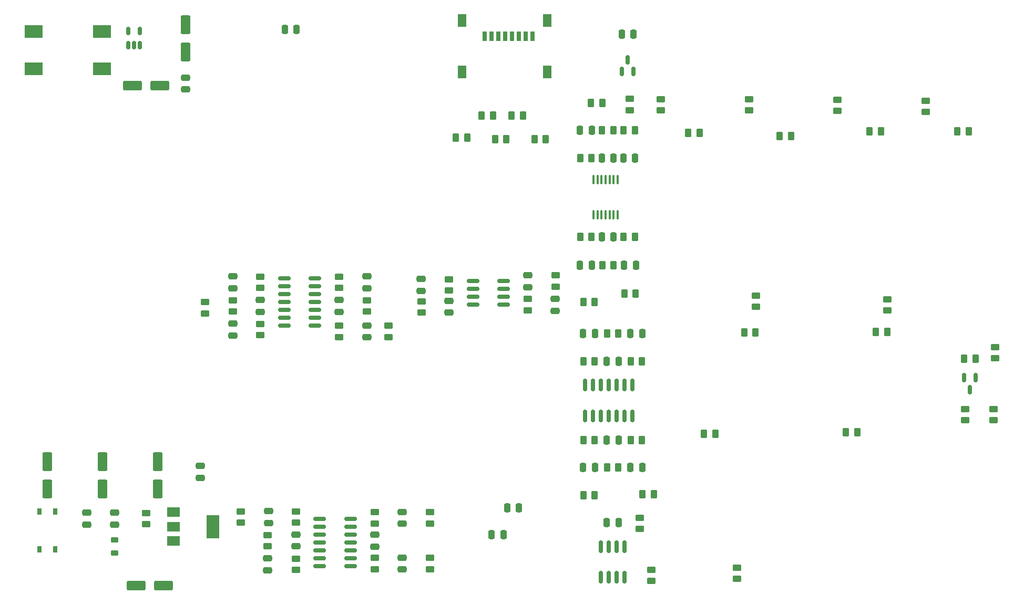
<source format=gbr>
%TF.GenerationSoftware,KiCad,Pcbnew,(6.0.5-0)*%
%TF.CreationDate,2022-09-18T01:29:25-07:00*%
%TF.ProjectId,Seed Test 01.01,53656564-2054-4657-9374-2030312e3031,rev?*%
%TF.SameCoordinates,Original*%
%TF.FileFunction,Paste,Top*%
%TF.FilePolarity,Positive*%
%FSLAX46Y46*%
G04 Gerber Fmt 4.6, Leading zero omitted, Abs format (unit mm)*
G04 Created by KiCad (PCBNEW (6.0.5-0)) date 2022-09-18 01:29:25*
%MOMM*%
%LPD*%
G01*
G04 APERTURE LIST*
G04 Aperture macros list*
%AMRoundRect*
0 Rectangle with rounded corners*
0 $1 Rounding radius*
0 $2 $3 $4 $5 $6 $7 $8 $9 X,Y pos of 4 corners*
0 Add a 4 corners polygon primitive as box body*
4,1,4,$2,$3,$4,$5,$6,$7,$8,$9,$2,$3,0*
0 Add four circle primitives for the rounded corners*
1,1,$1+$1,$2,$3*
1,1,$1+$1,$4,$5*
1,1,$1+$1,$6,$7*
1,1,$1+$1,$8,$9*
0 Add four rect primitives between the rounded corners*
20,1,$1+$1,$2,$3,$4,$5,0*
20,1,$1+$1,$4,$5,$6,$7,0*
20,1,$1+$1,$6,$7,$8,$9,0*
20,1,$1+$1,$8,$9,$2,$3,0*%
G04 Aperture macros list end*
%ADD10RoundRect,0.250000X-0.475000X0.250000X-0.475000X-0.250000X0.475000X-0.250000X0.475000X0.250000X0*%
%ADD11RoundRect,0.250000X-0.450000X0.262500X-0.450000X-0.262500X0.450000X-0.262500X0.450000X0.262500X0*%
%ADD12RoundRect,0.250000X0.450000X-0.262500X0.450000X0.262500X-0.450000X0.262500X-0.450000X-0.262500X0*%
%ADD13RoundRect,0.250000X0.262500X0.450000X-0.262500X0.450000X-0.262500X-0.450000X0.262500X-0.450000X0*%
%ADD14RoundRect,0.250000X0.250000X0.475000X-0.250000X0.475000X-0.250000X-0.475000X0.250000X-0.475000X0*%
%ADD15RoundRect,0.150000X0.150000X-0.825000X0.150000X0.825000X-0.150000X0.825000X-0.150000X-0.825000X0*%
%ADD16RoundRect,0.250000X-0.250000X-0.475000X0.250000X-0.475000X0.250000X0.475000X-0.250000X0.475000X0*%
%ADD17RoundRect,0.250000X-0.262500X-0.450000X0.262500X-0.450000X0.262500X0.450000X-0.262500X0.450000X0*%
%ADD18RoundRect,0.250000X0.475000X-0.250000X0.475000X0.250000X-0.475000X0.250000X-0.475000X-0.250000X0*%
%ADD19R,0.800000X1.000000*%
%ADD20R,0.800000X1.500000*%
%ADD21R,1.450000X2.000000*%
%ADD22RoundRect,0.150000X-0.150000X0.587500X-0.150000X-0.587500X0.150000X-0.587500X0.150000X0.587500X0*%
%ADD23RoundRect,0.150000X0.150000X-0.512500X0.150000X0.512500X-0.150000X0.512500X-0.150000X-0.512500X0*%
%ADD24RoundRect,0.218750X-0.381250X0.218750X-0.381250X-0.218750X0.381250X-0.218750X0.381250X0.218750X0*%
%ADD25RoundRect,0.250000X-1.250000X-0.550000X1.250000X-0.550000X1.250000X0.550000X-1.250000X0.550000X0*%
%ADD26RoundRect,0.100000X0.100000X-0.637500X0.100000X0.637500X-0.100000X0.637500X-0.100000X-0.637500X0*%
%ADD27R,2.000000X1.500000*%
%ADD28R,2.000000X3.800000*%
%ADD29RoundRect,0.250000X-0.550000X1.250000X-0.550000X-1.250000X0.550000X-1.250000X0.550000X1.250000X0*%
%ADD30RoundRect,0.150000X0.150000X-0.587500X0.150000X0.587500X-0.150000X0.587500X-0.150000X-0.587500X0*%
%ADD31RoundRect,0.150000X-0.825000X-0.150000X0.825000X-0.150000X0.825000X0.150000X-0.825000X0.150000X0*%
%ADD32RoundRect,0.250000X0.550000X-1.250000X0.550000X1.250000X-0.550000X1.250000X-0.550000X-1.250000X0*%
%ADD33R,3.000000X2.000000*%
G04 APERTURE END LIST*
D10*
%TO.C,C17*%
X109163000Y-135302500D03*
X109163000Y-137202500D03*
%TD*%
D11*
%TO.C,R32*%
X128629000Y-97798436D03*
X128629000Y-99623436D03*
%TD*%
D12*
%TO.C,R14*%
X113735000Y-137165000D03*
X113735000Y-135340000D03*
%TD*%
D13*
%TO.C,R53*%
X169446500Y-116210000D03*
X167621500Y-116210000D03*
%TD*%
D14*
%TO.C,C3*%
X147132000Y-131450000D03*
X145232000Y-131450000D03*
%TD*%
D15*
%TO.C,U1*%
X162819000Y-138370000D03*
X164089000Y-138370000D03*
X165359000Y-138370000D03*
X166629000Y-138370000D03*
X166629000Y-133420000D03*
X165359000Y-133420000D03*
X164089000Y-133420000D03*
X162819000Y-133420000D03*
%TD*%
D16*
%TO.C,C8*%
X111931000Y-50069936D03*
X113831000Y-50069936D03*
%TD*%
D15*
%TO.C,U7*%
X160279000Y-112335000D03*
X161549000Y-112335000D03*
X162819000Y-112335000D03*
X164089000Y-112335000D03*
X165359000Y-112335000D03*
X166629000Y-112335000D03*
X167899000Y-112335000D03*
X167899000Y-107385000D03*
X166629000Y-107385000D03*
X165359000Y-107385000D03*
X164089000Y-107385000D03*
X162819000Y-107385000D03*
X161549000Y-107385000D03*
X160279000Y-107385000D03*
%TD*%
D17*
%TO.C,R30*%
X159493500Y-83444000D03*
X161318500Y-83444000D03*
%TD*%
D16*
%TO.C,C36*%
X167584000Y-120655000D03*
X169484000Y-120655000D03*
%TD*%
D12*
%TO.C,R61*%
X155553000Y-91518936D03*
X155553000Y-89693936D03*
%TD*%
D11*
%TO.C,R13*%
X135260000Y-135236500D03*
X135260000Y-137061500D03*
%TD*%
D18*
%TO.C,C18*%
X130815000Y-129733000D03*
X130815000Y-127833000D03*
%TD*%
D17*
%TO.C,R20*%
X176892500Y-66680000D03*
X178717500Y-66680000D03*
%TD*%
D19*
%TO.C,D1*%
X72395000Y-133890000D03*
X74935000Y-133890000D03*
X74935000Y-127740000D03*
X72395000Y-127740000D03*
%TD*%
D14*
%TO.C,C37*%
X164851000Y-83444000D03*
X162951000Y-83444000D03*
%TD*%
D17*
%TO.C,R59*%
X221342500Y-103080500D03*
X223167500Y-103080500D03*
%TD*%
D11*
%TO.C,R38*%
X120655000Y-89897500D03*
X120655000Y-91722500D03*
%TD*%
D16*
%TO.C,C38*%
X162946000Y-70744000D03*
X164846000Y-70744000D03*
%TD*%
D11*
%TO.C,R48*%
X133963000Y-93861436D03*
X133963000Y-95686436D03*
%TD*%
D16*
%TO.C,C32*%
X167584000Y-99065000D03*
X169484000Y-99065000D03*
%TD*%
D13*
%TO.C,R51*%
X187734500Y-98921000D03*
X185909500Y-98921000D03*
%TD*%
D12*
%TO.C,R25*%
X200919000Y-63186000D03*
X200919000Y-61361000D03*
%TD*%
D10*
%TO.C,C21*%
X107955000Y-93670000D03*
X107955000Y-95570000D03*
%TD*%
D11*
%TO.C,R57*%
X138343000Y-90328936D03*
X138343000Y-92153936D03*
%TD*%
D13*
%TO.C,R55*%
X171351500Y-124999936D03*
X169526500Y-124999936D03*
%TD*%
D14*
%TO.C,C34*%
X161356000Y-66299000D03*
X159456000Y-66299000D03*
%TD*%
%TO.C,C35*%
X161864000Y-99065000D03*
X159964000Y-99065000D03*
%TD*%
D13*
%TO.C,R24*%
X164823700Y-66299000D03*
X162998700Y-66299000D03*
%TD*%
D11*
%TO.C,R60*%
X221493000Y-111233500D03*
X221493000Y-113058500D03*
%TD*%
D10*
%TO.C,C31*%
X103510000Y-97480000D03*
X103510000Y-99380000D03*
%TD*%
D13*
%TO.C,R50*%
X165636500Y-120655000D03*
X163811500Y-120655000D03*
%TD*%
D20*
%TO.C,J3*%
X144125000Y-51160000D03*
X145225000Y-51160000D03*
X146325000Y-51160000D03*
X147425000Y-51160000D03*
X148525000Y-51160000D03*
X149625000Y-51160000D03*
X150725000Y-51160000D03*
X151825000Y-51160000D03*
D21*
X140450000Y-48560000D03*
X154200000Y-56860000D03*
X154200000Y-48560000D03*
X140450000Y-56860000D03*
%TD*%
D12*
%TO.C,R7*%
X167491000Y-63047436D03*
X167491000Y-61222436D03*
%TD*%
D22*
%TO.C,Q1*%
X223205000Y-106207000D03*
X221305000Y-106207000D03*
X222255000Y-108082000D03*
%TD*%
D17*
%TO.C,R45*%
X160001500Y-116210000D03*
X161826500Y-116210000D03*
%TD*%
D11*
%TO.C,R16*%
X104780000Y-127720000D03*
X104780000Y-129545000D03*
%TD*%
D23*
%TO.C,U2*%
X86685000Y-52577500D03*
X87635000Y-52577500D03*
X88585000Y-52577500D03*
X88585000Y-50302500D03*
X86685000Y-50302500D03*
%TD*%
D18*
%TO.C,C19*%
X113670000Y-133350000D03*
X113670000Y-131450000D03*
%TD*%
D24*
%TO.C,L1*%
X84460000Y-132292500D03*
X84460000Y-134417500D03*
%TD*%
D13*
%TO.C,R43*%
X161826500Y-125100000D03*
X160001500Y-125100000D03*
%TD*%
D12*
%TO.C,R40*%
X184763000Y-138612436D03*
X184763000Y-136787436D03*
%TD*%
D18*
%TO.C,C29*%
X103510000Y-91760000D03*
X103510000Y-89860000D03*
%TD*%
D11*
%TO.C,R42*%
X169042000Y-128759500D03*
X169042000Y-130584500D03*
%TD*%
D17*
%TO.C,R26*%
X206102500Y-66426000D03*
X207927500Y-66426000D03*
%TD*%
D11*
%TO.C,R10*%
X113670000Y-127720000D03*
X113670000Y-129545000D03*
%TD*%
D17*
%TO.C,R9*%
X202292500Y-114940000D03*
X204117500Y-114940000D03*
%TD*%
D12*
%TO.C,R37*%
X99065000Y-95810000D03*
X99065000Y-93985000D03*
%TD*%
D25*
%TO.C,C5*%
X87340000Y-59060000D03*
X91740000Y-59060000D03*
%TD*%
D10*
%TO.C,C39*%
X151043000Y-89698936D03*
X151043000Y-91598936D03*
%TD*%
D12*
%TO.C,R56*%
X187823000Y-94777000D03*
X187823000Y-92952000D03*
%TD*%
D26*
%TO.C,U8*%
X161631000Y-79956500D03*
X162281000Y-79956500D03*
X162931000Y-79956500D03*
X163581000Y-79956500D03*
X164231000Y-79956500D03*
X164881000Y-79956500D03*
X165531000Y-79956500D03*
X165531000Y-74231500D03*
X164881000Y-74231500D03*
X164231000Y-74231500D03*
X163581000Y-74231500D03*
X162931000Y-74231500D03*
X162281000Y-74231500D03*
X161631000Y-74231500D03*
%TD*%
D27*
%TO.C,U3*%
X94010000Y-127880000D03*
X94010000Y-130180000D03*
X94010000Y-132480000D03*
D28*
X100310000Y-130180000D03*
%TD*%
D29*
%TO.C,C7*%
X73665000Y-119725000D03*
X73665000Y-124125000D03*
%TD*%
D10*
%TO.C,C1*%
X98303000Y-120406000D03*
X98303000Y-122306000D03*
%TD*%
D17*
%TO.C,R49*%
X163811500Y-99065000D03*
X165636500Y-99065000D03*
%TD*%
D18*
%TO.C,C30*%
X125100000Y-91760000D03*
X125100000Y-89860000D03*
%TD*%
D11*
%TO.C,R33*%
X103510000Y-93707500D03*
X103510000Y-95532500D03*
%TD*%
D30*
%TO.C,U4*%
X166163500Y-56822500D03*
X168063500Y-56822500D03*
X167113500Y-54947500D03*
%TD*%
D13*
%TO.C,R54*%
X161826500Y-93985000D03*
X160001500Y-93985000D03*
%TD*%
D18*
%TO.C,C41*%
X133898000Y-92191436D03*
X133898000Y-90291436D03*
%TD*%
D13*
%TO.C,R46*%
X168303500Y-66299000D03*
X166478500Y-66299000D03*
%TD*%
D12*
%TO.C,R39*%
X107955000Y-99342500D03*
X107955000Y-97517500D03*
%TD*%
%TO.C,R41*%
X170920000Y-138966500D03*
X170920000Y-137141500D03*
%TD*%
D13*
%TO.C,R44*%
X169446500Y-103510000D03*
X167621500Y-103510000D03*
%TD*%
D14*
%TO.C,C33*%
X161864000Y-120655000D03*
X159964000Y-120655000D03*
%TD*%
D17*
%TO.C,R47*%
X159493500Y-70744000D03*
X161318500Y-70744000D03*
%TD*%
%TO.C,R23*%
X191624500Y-67188000D03*
X193449500Y-67188000D03*
%TD*%
D31*
%TO.C,U6*%
X111830000Y-90175000D03*
X111830000Y-91445000D03*
X111830000Y-92715000D03*
X111830000Y-93985000D03*
X111830000Y-95255000D03*
X111830000Y-96525000D03*
X111830000Y-97795000D03*
X116780000Y-97795000D03*
X116780000Y-96525000D03*
X116780000Y-95255000D03*
X116780000Y-93985000D03*
X116780000Y-92715000D03*
X116780000Y-91445000D03*
X116780000Y-90175000D03*
%TD*%
D17*
%TO.C,R52*%
X160001500Y-103510000D03*
X161826500Y-103510000D03*
%TD*%
D12*
%TO.C,R11*%
X126370000Y-137061500D03*
X126370000Y-135236500D03*
%TD*%
D16*
%TO.C,C23*%
X163774000Y-116210000D03*
X165674000Y-116210000D03*
%TD*%
D18*
%TO.C,C22*%
X120655000Y-95570000D03*
X120655000Y-93670000D03*
%TD*%
D10*
%TO.C,C9*%
X84460000Y-127960000D03*
X84460000Y-129860000D03*
%TD*%
%TO.C,C4*%
X95890000Y-57790000D03*
X95890000Y-59690000D03*
%TD*%
D12*
%TO.C,R58*%
X226319000Y-103049000D03*
X226319000Y-101224000D03*
%TD*%
D31*
%TO.C,U5*%
X117545000Y-128910000D03*
X117545000Y-130180000D03*
X117545000Y-131450000D03*
X117545000Y-132720000D03*
X117545000Y-133990000D03*
X117545000Y-135260000D03*
X117545000Y-136530000D03*
X122495000Y-136530000D03*
X122495000Y-135260000D03*
X122495000Y-133990000D03*
X122495000Y-132720000D03*
X122495000Y-131450000D03*
X122495000Y-130180000D03*
X122495000Y-128910000D03*
%TD*%
D18*
%TO.C,C40*%
X138343000Y-95681436D03*
X138343000Y-93781436D03*
%TD*%
D14*
%TO.C,C43*%
X165674000Y-129545000D03*
X163774000Y-129545000D03*
%TD*%
D11*
%TO.C,R65*%
X151043000Y-93503936D03*
X151043000Y-95328936D03*
%TD*%
D12*
%TO.C,R22*%
X186695000Y-63082500D03*
X186695000Y-61257500D03*
%TD*%
D10*
%TO.C,C28*%
X125100000Y-97757500D03*
X125100000Y-99657500D03*
%TD*%
D13*
%TO.C,R5*%
X145443500Y-63886000D03*
X143618500Y-63886000D03*
%TD*%
D12*
%TO.C,R19*%
X172471000Y-63082500D03*
X172471000Y-61257500D03*
%TD*%
D31*
%TO.C,U9*%
X142218000Y-90606436D03*
X142218000Y-91876436D03*
X142218000Y-93146436D03*
X142218000Y-94416436D03*
X147168000Y-94416436D03*
X147168000Y-93146436D03*
X147168000Y-91876436D03*
X147168000Y-90606436D03*
%TD*%
D11*
%TO.C,R17*%
X135260000Y-127870500D03*
X135260000Y-129695500D03*
%TD*%
D12*
%TO.C,R64*%
X226065000Y-113058500D03*
X226065000Y-111233500D03*
%TD*%
D32*
%TO.C,C6*%
X82555000Y-124125000D03*
X82555000Y-119725000D03*
%TD*%
D17*
%TO.C,R8*%
X179432500Y-115194000D03*
X181257500Y-115194000D03*
%TD*%
%TO.C,R1*%
X152104000Y-67696000D03*
X153929000Y-67696000D03*
%TD*%
D18*
%TO.C,C20*%
X126370000Y-133392500D03*
X126370000Y-131492500D03*
%TD*%
%TO.C,C42*%
X155488000Y-95403936D03*
X155488000Y-93503936D03*
%TD*%
D14*
%TO.C,C25*%
X161356000Y-88016000D03*
X159456000Y-88016000D03*
%TD*%
D11*
%TO.C,R6*%
X89540000Y-127997500D03*
X89540000Y-129822500D03*
%TD*%
%TO.C,R36*%
X125100000Y-93707500D03*
X125100000Y-95532500D03*
%TD*%
D17*
%TO.C,R29*%
X220223000Y-66426000D03*
X222048000Y-66426000D03*
%TD*%
D16*
%TO.C,C27*%
X166441000Y-70744000D03*
X168341000Y-70744000D03*
%TD*%
D13*
%TO.C,R62*%
X208943500Y-98811000D03*
X207118500Y-98811000D03*
%TD*%
%TO.C,R21*%
X168430500Y-92588000D03*
X166605500Y-92588000D03*
%TD*%
D16*
%TO.C,C2*%
X147706000Y-127132000D03*
X149606000Y-127132000D03*
%TD*%
D13*
%TO.C,R4*%
X141276000Y-67442000D03*
X139451000Y-67442000D03*
%TD*%
D12*
%TO.C,R63*%
X208920000Y-95343500D03*
X208920000Y-93518500D03*
%TD*%
D32*
%TO.C,C13*%
X91445000Y-124125000D03*
X91445000Y-119725000D03*
%TD*%
D16*
%TO.C,C26*%
X166568000Y-88016000D03*
X168468000Y-88016000D03*
%TD*%
D18*
%TO.C,C10*%
X80015000Y-129860000D03*
X80015000Y-127960000D03*
%TD*%
D12*
%TO.C,R12*%
X109163000Y-133355000D03*
X109163000Y-131530000D03*
%TD*%
D13*
%TO.C,R31*%
X168280000Y-83444000D03*
X166455000Y-83444000D03*
%TD*%
D16*
%TO.C,C24*%
X163774000Y-103510000D03*
X165674000Y-103510000D03*
%TD*%
D11*
%TO.C,R15*%
X126370000Y-127870500D03*
X126370000Y-129695500D03*
%TD*%
D29*
%TO.C,C11*%
X95890000Y-49240000D03*
X95890000Y-53640000D03*
%TD*%
D17*
%TO.C,R27*%
X161244500Y-61854000D03*
X163069500Y-61854000D03*
%TD*%
D33*
%TO.C,J18*%
X82467000Y-50343000D03*
X82467000Y-56343000D03*
X71467000Y-56343000D03*
X71467000Y-50343000D03*
%TD*%
D25*
%TO.C,C12*%
X87975000Y-139705000D03*
X92375000Y-139705000D03*
%TD*%
D16*
%TO.C,C14*%
X166163500Y-50805000D03*
X168063500Y-50805000D03*
%TD*%
D11*
%TO.C,R35*%
X107955000Y-89897500D03*
X107955000Y-91722500D03*
%TD*%
D12*
%TO.C,R34*%
X120655000Y-99620000D03*
X120655000Y-97795000D03*
%TD*%
D13*
%TO.C,R3*%
X147579000Y-67696000D03*
X145754000Y-67696000D03*
%TD*%
D12*
%TO.C,R28*%
X215143000Y-63336500D03*
X215143000Y-61511500D03*
%TD*%
D17*
%TO.C,R18*%
X163049500Y-88016000D03*
X164874500Y-88016000D03*
%TD*%
D18*
%TO.C,C15*%
X109290000Y-129582500D03*
X109290000Y-127682500D03*
%TD*%
D10*
%TO.C,C16*%
X130815000Y-135199000D03*
X130815000Y-137099000D03*
%TD*%
D17*
%TO.C,R2*%
X148444500Y-63886000D03*
X150269500Y-63886000D03*
%TD*%
M02*

</source>
